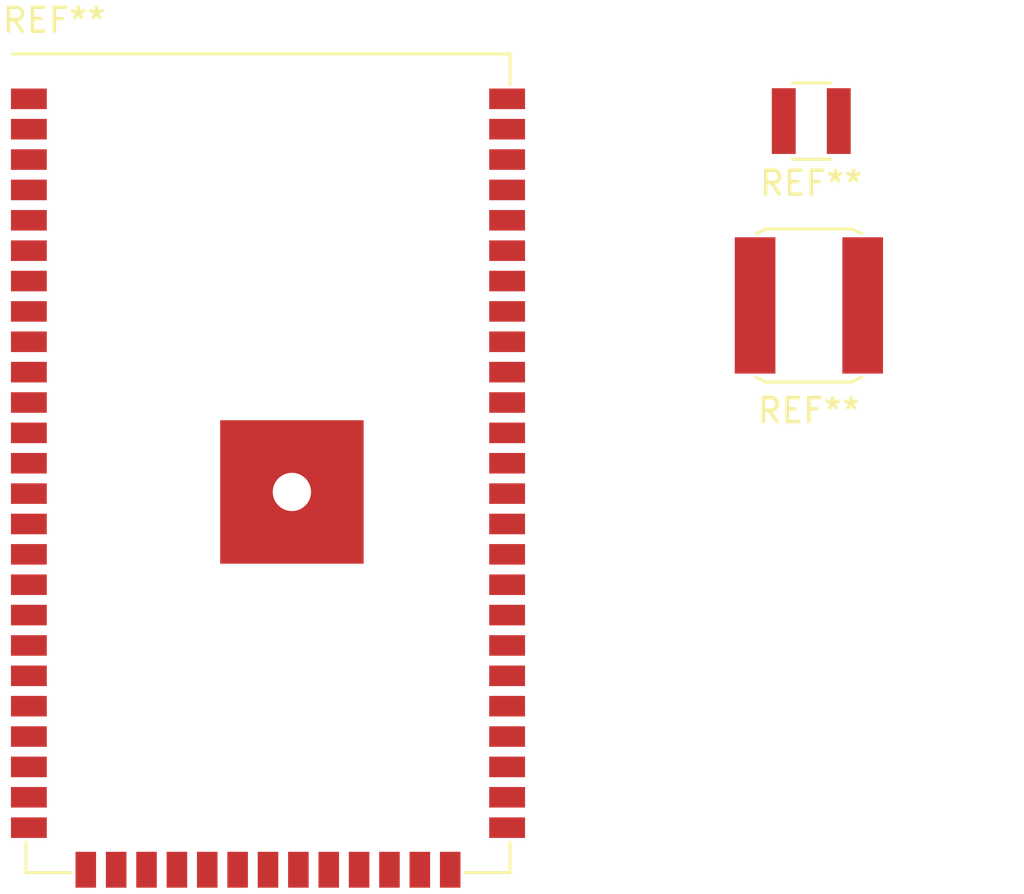
<source format=kicad_pcb>
(kicad_pcb (version 20171130) (host pcbnew "(5.1.2-1)-1")

  (general
    (thickness 1.6)
    (drawings 0)
    (tracks 0)
    (zones 0)
    (modules 3)
    (nets 1)
  )

  (page A4)
  (layers
    (0 F.Cu signal)
    (31 B.Cu signal)
    (32 B.Adhes user)
    (33 F.Adhes user)
    (34 B.Paste user)
    (35 F.Paste user)
    (36 B.SilkS user)
    (37 F.SilkS user)
    (38 B.Mask user)
    (39 F.Mask user)
    (40 Dwgs.User user)
    (41 Cmts.User user)
    (42 Eco1.User user)
    (43 Eco2.User user)
    (44 Edge.Cuts user)
    (45 Margin user)
    (46 B.CrtYd user)
    (47 F.CrtYd user)
    (48 B.Fab user)
    (49 F.Fab user)
  )

  (setup
    (last_trace_width 0.25)
    (trace_clearance 0.2)
    (zone_clearance 0.508)
    (zone_45_only no)
    (trace_min 0.2)
    (via_size 0.8)
    (via_drill 0.4)
    (via_min_size 0.4)
    (via_min_drill 0.3)
    (uvia_size 0.3)
    (uvia_drill 0.1)
    (uvias_allowed no)
    (uvia_min_size 0.2)
    (uvia_min_drill 0.1)
    (edge_width 0.05)
    (segment_width 0.2)
    (pcb_text_width 0.3)
    (pcb_text_size 1.5 1.5)
    (mod_edge_width 0.12)
    (mod_text_size 1 1)
    (mod_text_width 0.15)
    (pad_size 1.524 1.524)
    (pad_drill 0.762)
    (pad_to_mask_clearance 0.051)
    (solder_mask_min_width 0.25)
    (aux_axis_origin 0 0)
    (visible_elements FFFFEF7F)
    (pcbplotparams
      (layerselection 0x010fc_ffffffff)
      (usegerberextensions false)
      (usegerberattributes false)
      (usegerberadvancedattributes false)
      (creategerberjobfile false)
      (excludeedgelayer true)
      (linewidth 0.100000)
      (plotframeref false)
      (viasonmask false)
      (mode 1)
      (useauxorigin false)
      (hpglpennumber 1)
      (hpglpenspeed 20)
      (hpglpendiameter 15.000000)
      (psnegative false)
      (psa4output false)
      (plotreference true)
      (plotvalue true)
      (plotinvisibletext false)
      (padsonsilk false)
      (subtractmaskfromsilk false)
      (outputformat 1)
      (mirror false)
      (drillshape 1)
      (scaleselection 1)
      (outputdirectory ""))
  )

  (net 0 "")

  (net_class Default "Esta es la clase de red por defecto."
    (clearance 0.2)
    (trace_width 0.25)
    (via_dia 0.8)
    (via_drill 0.4)
    (uvia_dia 0.3)
    (uvia_drill 0.1)
  )

  (module Devices_MSS:L_Abracon_ASPI-6045S (layer F.Cu) (tedit 5DED0C3E) (tstamp 5DED57E3)
    (at 150.27 71.3)
    (fp_text reference REF** (at 0 4.4) (layer F.SilkS)
      (effects (font (size 1 1) (thickness 0.15)))
    )
    (fp_text value L_Abracon_ASPI-6045S (at 0 -4.6) (layer F.Fab)
      (effects (font (size 1 1) (thickness 0.15)))
    )
    (fp_line (start 1.8 3.2) (end 2.2 3) (layer F.SilkS) (width 0.12))
    (fp_line (start -1.8 3.2) (end 1.8 3.2) (layer F.SilkS) (width 0.12))
    (fp_line (start -2.2 3) (end -1.8 3.2) (layer F.SilkS) (width 0.12))
    (fp_line (start 1.8 -3.2) (end 2.2 -3) (layer F.SilkS) (width 0.12))
    (fp_line (start -1.8 -3.2) (end 1.8 -3.2) (layer F.SilkS) (width 0.12))
    (fp_line (start -2.2 -3) (end -1.8 -3.2) (layer F.SilkS) (width 0.12))
    (fp_line (start -3.5 3.5) (end -3.5 -3.5) (layer F.CrtYd) (width 0.12))
    (fp_line (start 3.5 3.5) (end -3.5 3.5) (layer F.CrtYd) (width 0.12))
    (fp_line (start 3.5 -3.5) (end 3.5 3.5) (layer F.CrtYd) (width 0.12))
    (fp_line (start -3.5 -3.5) (end 3.5 -3.5) (layer F.CrtYd) (width 0.12))
    (pad 2 smd rect (at 2.25 0) (size 1.7 5.7) (layers F.Cu F.Paste F.Mask))
    (pad 1 smd rect (at -2.25 0) (size 1.7 5.7) (layers F.Cu F.Paste F.Mask))
    (model ${KISYS3DMOD}/Inductor_SMD.3dshapes/L_Bourns-SRN4018.step
      (at (xyz 0 0 0))
      (scale (xyz 1.4 1.4 1.4))
      (rotate (xyz 0 0 0))
    )
  )

  (module Inductor_SMD:L_Abracon_ASPI-3012S (layer F.Cu) (tedit 5990349C) (tstamp 5DED52A6)
    (at 150.37 63.59)
    (descr "smd shielded power inductor http://www.abracon.com/Magnetics/power/ASPI-3012S.pdf")
    (tags "inductor abracon smd shielded")
    (attr smd)
    (fp_text reference REF** (at 0 2.6) (layer F.SilkS)
      (effects (font (size 1 1) (thickness 0.15)))
    )
    (fp_text value L_Abracon_ASPI-3012S (at 0 -2.7) (layer F.Fab)
      (effects (font (size 1 1) (thickness 0.15)))
    )
    (fp_line (start -0.8 -1.6) (end 0.8 -1.6) (layer F.SilkS) (width 0.12))
    (fp_line (start -0.8 1.6) (end 0.8 1.6) (layer F.SilkS) (width 0.12))
    (fp_line (start -0.8 1.5) (end 0.8 1.5) (layer F.Fab) (width 0.1))
    (fp_line (start 0.8 1.5) (end 1 1.3) (layer F.Fab) (width 0.1))
    (fp_line (start 1 1.3) (end 1.5 1.3) (layer F.Fab) (width 0.1))
    (fp_line (start 1.5 1.3) (end 1.5 -1.3) (layer F.Fab) (width 0.1))
    (fp_line (start 1.5 -1.3) (end 1 -1.3) (layer F.Fab) (width 0.1))
    (fp_line (start 1 -1.3) (end 0.8 -1.5) (layer F.Fab) (width 0.1))
    (fp_line (start 0.8 -1.5) (end -0.8 -1.5) (layer F.Fab) (width 0.1))
    (fp_line (start -0.8 -1.5) (end -1 -1.3) (layer F.Fab) (width 0.1))
    (fp_line (start -1 -1.3) (end -1.5 -1.3) (layer F.Fab) (width 0.1))
    (fp_line (start -1.5 -1.3) (end -1.5 1.3) (layer F.Fab) (width 0.1))
    (fp_line (start -1.5 1.3) (end -1 1.3) (layer F.Fab) (width 0.1))
    (fp_line (start -1 1.3) (end -0.8 1.5) (layer F.Fab) (width 0.1))
    (fp_line (start 2 -1.8) (end -2 -1.8) (layer F.CrtYd) (width 0.05))
    (fp_line (start -2 -1.8) (end -2 1.8) (layer F.CrtYd) (width 0.05))
    (fp_line (start -2 1.8) (end 2 1.8) (layer F.CrtYd) (width 0.05))
    (fp_line (start 2 1.8) (end 2 -1.8) (layer F.CrtYd) (width 0.05))
    (fp_text user %R (at 0 0) (layer F.Fab)
      (effects (font (size 0.7 0.7) (thickness 0.105)))
    )
    (pad 2 smd rect (at 1.15 0) (size 1 2.75) (layers F.Cu F.Paste F.Mask))
    (pad 1 smd rect (at -1.15 0) (size 1 2.75) (layers F.Cu F.Paste F.Mask))
    (model ${KISYS3DMOD}/Inductor_SMD.3dshapes/L_Abracon_ASPI-3012S.wrl
      (at (xyz 0 0 0))
      (scale (xyz 1 1 1))
      (rotate (xyz 0 0 0))
    )
  )

  (module Module:Onion_Omega2S (layer F.Cu) (tedit 5C9D6B94) (tstamp 5DC36BE9)
    (at 127.65 77.9)
    (descr https://github.com/OnionIoT/Omega2/raw/master/Documents/Omega2S%20Datasheet.pdf)
    (tags "onion omega module")
    (attr smd)
    (fp_text reference REF** (at -8.94 -18.525) (layer F.SilkS)
      (effects (font (size 1 1) (thickness 0.15)))
    )
    (fp_text value Onion_Omega2S (at 0 -14.96) (layer F.Fab)
      (effects (font (size 1 1) (thickness 0.15)))
    )
    (fp_line (start -11 -17.25) (end -11 18) (layer F.CrtYd) (width 0.05))
    (fp_line (start 11 -17.25) (end -11 -17.25) (layer F.CrtYd) (width 0.05))
    (fp_line (start 11 18) (end 11 -17.25) (layer F.CrtYd) (width 0.05))
    (fp_line (start -11 18) (end 11 18) (layer F.CrtYd) (width 0.05))
    (fp_circle (center -7.56 14.5) (end -6.66 14.5) (layer F.Fab) (width 0.1))
    (fp_line (start -8.76 13.3) (end -8.76 15.7) (layer F.Fab) (width 0.1))
    (fp_line (start -6.36 13.3) (end -8.76 13.3) (layer F.Fab) (width 0.1))
    (fp_line (start -6.36 15.7) (end -6.36 13.3) (layer F.Fab) (width 0.1))
    (fp_line (start -8.76 15.7) (end -6.36 15.7) (layer F.Fab) (width 0.1))
    (fp_line (start 10 -17) (end -9 -17) (layer F.Fab) (width 0.1))
    (fp_line (start 10 17) (end 10 -17) (layer F.Fab) (width 0.1))
    (fp_line (start -10 17) (end 10 17) (layer F.Fab) (width 0.1))
    (fp_line (start -10 -16) (end -10 17) (layer F.Fab) (width 0.1))
    (fp_line (start -10 -16) (end -9 -17) (layer F.Fab) (width 0.1))
    (fp_line (start -10.12 15.85) (end -10.12 17.12) (layer F.SilkS) (width 0.12))
    (fp_line (start -10.12 17.12) (end -8.23 17.12) (layer F.SilkS) (width 0.12))
    (fp_line (start 10.12 -17.12) (end -10.69 -17.12) (layer F.SilkS) (width 0.12))
    (fp_line (start 10.12 15.85) (end 10.12 17.12) (layer F.SilkS) (width 0.12))
    (fp_line (start 8.23 17.12) (end 10.12 17.12) (layer F.SilkS) (width 0.12))
    (fp_line (start 10.12 -17.12) (end 10.12 -15.85) (layer F.SilkS) (width 0.12))
    (fp_text user %R (at 0 -2.74) (layer F.Fab)
      (effects (font (size 1 1) (thickness 0.15)))
    )
    (pad 63 smd rect (at 10 -15.24) (size 1.5 0.86) (layers F.Cu F.Paste F.Mask))
    (pad 62 smd rect (at 10 -13.97) (size 1.5 0.86) (layers F.Cu F.Paste F.Mask))
    (pad 61 smd rect (at 10 -12.7) (size 1.5 0.86) (layers F.Cu F.Paste F.Mask))
    (pad 60 smd rect (at 10 -11.43) (size 1.5 0.86) (layers F.Cu F.Paste F.Mask))
    (pad 59 smd rect (at 10 -10.16) (size 1.5 0.86) (layers F.Cu F.Paste F.Mask))
    (pad 58 smd rect (at 10 -8.89) (size 1.5 0.86) (layers F.Cu F.Paste F.Mask))
    (pad 57 smd rect (at 10 -7.62) (size 1.5 0.86) (layers F.Cu F.Paste F.Mask))
    (pad 56 smd rect (at 10 -6.35) (size 1.5 0.86) (layers F.Cu F.Paste F.Mask))
    (pad 55 smd rect (at 10 -5.08) (size 1.5 0.86) (layers F.Cu F.Paste F.Mask))
    (pad 54 smd rect (at 10 -3.81) (size 1.5 0.86) (layers F.Cu F.Paste F.Mask))
    (pad 53 smd rect (at 10 -2.54) (size 1.5 0.86) (layers F.Cu F.Paste F.Mask))
    (pad 52 smd rect (at 10 -1.27) (size 1.5 0.86) (layers F.Cu F.Paste F.Mask))
    (pad 51 smd rect (at 10 0) (size 1.5 0.86) (layers F.Cu F.Paste F.Mask))
    (pad 50 smd rect (at 10 1.27) (size 1.5 0.86) (layers F.Cu F.Paste F.Mask))
    (pad 49 smd rect (at 10 2.54) (size 1.5 0.86) (layers F.Cu F.Paste F.Mask))
    (pad 48 smd rect (at 10 3.81) (size 1.5 0.86) (layers F.Cu F.Paste F.Mask))
    (pad 47 smd rect (at 10 5.08) (size 1.5 0.86) (layers F.Cu F.Paste F.Mask))
    (pad 46 smd rect (at 10 6.35) (size 1.5 0.86) (layers F.Cu F.Paste F.Mask))
    (pad 45 smd rect (at 10 7.62) (size 1.5 0.86) (layers F.Cu F.Paste F.Mask))
    (pad 44 smd rect (at 10 8.89) (size 1.5 0.86) (layers F.Cu F.Paste F.Mask))
    (pad 43 smd rect (at 10 10.16) (size 1.5 0.86) (layers F.Cu F.Paste F.Mask))
    (pad 42 smd rect (at 10 11.43) (size 1.5 0.86) (layers F.Cu F.Paste F.Mask))
    (pad 41 smd rect (at 10 12.7) (size 1.5 0.86) (layers F.Cu F.Paste F.Mask))
    (pad 40 smd rect (at 10 13.97) (size 1.5 0.86) (layers F.Cu F.Paste F.Mask))
    (pad 39 smd rect (at 10 15.24) (size 1.5 0.86) (layers F.Cu F.Paste F.Mask))
    (pad 38 smd rect (at 7.62 17) (size 0.86 1.5) (layers F.Cu F.Paste F.Mask))
    (pad 37 smd rect (at 6.35 17) (size 0.86 1.5) (layers F.Cu F.Paste F.Mask))
    (pad 36 smd rect (at 5.08 17) (size 0.86 1.5) (layers F.Cu F.Paste F.Mask))
    (pad 35 smd rect (at 3.81 17) (size 0.86 1.5) (layers F.Cu F.Paste F.Mask))
    (pad 34 smd rect (at 2.54 17) (size 0.86 1.5) (layers F.Cu F.Paste F.Mask))
    (pad 33 smd rect (at 1.27 17) (size 0.86 1.5) (layers F.Cu F.Paste F.Mask))
    (pad 32 smd rect (at 0 17) (size 0.86 1.5) (layers F.Cu F.Paste F.Mask))
    (pad 31 smd rect (at -1.27 17) (size 0.86 1.5) (layers F.Cu F.Paste F.Mask))
    (pad 30 smd rect (at -2.54 17) (size 0.86 1.5) (layers F.Cu F.Paste F.Mask))
    (pad 29 smd rect (at -3.81 17) (size 0.86 1.5) (layers F.Cu F.Paste F.Mask))
    (pad 28 smd rect (at -5.08 17) (size 0.86 1.5) (layers F.Cu F.Paste F.Mask))
    (pad 27 smd rect (at -6.35 17) (size 0.86 1.5) (layers F.Cu F.Paste F.Mask))
    (pad 26 smd rect (at -7.62 17) (size 0.86 1.5) (layers F.Cu F.Paste F.Mask))
    (pad 25 smd rect (at -10 15.24) (size 1.5 0.86) (layers F.Cu F.Paste F.Mask))
    (pad 24 smd rect (at -10 13.97) (size 1.5 0.86) (layers F.Cu F.Paste F.Mask))
    (pad 23 smd rect (at -10 12.7) (size 1.5 0.86) (layers F.Cu F.Paste F.Mask))
    (pad 22 smd rect (at -10 11.43) (size 1.5 0.86) (layers F.Cu F.Paste F.Mask))
    (pad 21 smd rect (at -10 10.16) (size 1.5 0.86) (layers F.Cu F.Paste F.Mask))
    (pad 20 smd rect (at -10 8.89) (size 1.5 0.86) (layers F.Cu F.Paste F.Mask))
    (pad 19 smd rect (at -10 7.62) (size 1.5 0.86) (layers F.Cu F.Paste F.Mask))
    (pad 18 smd rect (at -10 6.35) (size 1.5 0.86) (layers F.Cu F.Paste F.Mask))
    (pad 17 smd rect (at -10 5.08) (size 1.5 0.86) (layers F.Cu F.Paste F.Mask))
    (pad 16 smd rect (at -10 3.81) (size 1.5 0.86) (layers F.Cu F.Paste F.Mask))
    (pad 15 smd rect (at -10 2.54) (size 1.5 0.86) (layers F.Cu F.Paste F.Mask))
    (pad 14 smd rect (at -10 1.27) (size 1.5 0.86) (layers F.Cu F.Paste F.Mask))
    (pad 13 smd rect (at -10 0) (size 1.5 0.86) (layers F.Cu F.Paste F.Mask))
    (pad 12 smd rect (at -10 -1.27) (size 1.5 0.86) (layers F.Cu F.Paste F.Mask))
    (pad 11 smd rect (at -10 -2.54) (size 1.5 0.86) (layers F.Cu F.Paste F.Mask))
    (pad 10 smd rect (at -10 -3.81) (size 1.5 0.86) (layers F.Cu F.Paste F.Mask))
    (pad 9 smd rect (at -10 -5.08) (size 1.5 0.86) (layers F.Cu F.Paste F.Mask))
    (pad 8 smd rect (at -10 -6.35) (size 1.5 0.86) (layers F.Cu F.Paste F.Mask))
    (pad 7 smd rect (at -10 -7.62) (size 1.5 0.86) (layers F.Cu F.Paste F.Mask))
    (pad 6 smd rect (at -10 -8.89) (size 1.5 0.86) (layers F.Cu F.Paste F.Mask))
    (pad 5 smd rect (at -10 -10.16) (size 1.5 0.86) (layers F.Cu F.Paste F.Mask))
    (pad 4 smd rect (at -10 -11.43) (size 1.5 0.86) (layers F.Cu F.Paste F.Mask))
    (pad 3 smd rect (at -10 -12.7) (size 1.5 0.86) (layers F.Cu F.Paste F.Mask))
    (pad 2 smd rect (at -10 -13.97) (size 1.5 0.86) (layers F.Cu F.Paste F.Mask))
    (pad 1 smd rect (at -10 -15.24) (size 1.5 0.86) (layers F.Cu F.Paste F.Mask))
    (pad 64 smd rect (at 1 1.2) (size 6 6) (layers F.Cu F.Mask))
    (pad "" np_thru_hole circle (at 1 1.2) (size 1.6 1.6) (drill 1.6) (layers *.Cu *.Mask))
    (pad "" smd roundrect (at -1.333 -1.123) (size 1 1) (layers F.Paste) (roundrect_rratio 0.25))
    (pad "" smd roundrect (at -0.16725 -1.123) (size 1 1) (layers F.Paste) (roundrect_rratio 0.25))
    (pad "" smd roundrect (at 2.16425 -1.123) (size 1 1) (layers F.Paste) (roundrect_rratio 0.25))
    (pad "" smd roundrect (at 0.9985 -1.123) (size 1 1) (layers F.Paste) (roundrect_rratio 0.25))
    (pad "" smd roundrect (at 3.33 -1.123) (size 1 1) (layers F.Paste) (roundrect_rratio 0.25))
    (pad "" smd roundrect (at 3.33 0.041075) (size 1 1) (layers F.Paste) (roundrect_rratio 0.25))
    (pad "" smd roundrect (at -0.16725 0.041075) (size 1 1) (layers F.Paste) (roundrect_rratio 0.25))
    (pad "" smd roundrect (at 2.16425 0.041075) (size 1 1) (layers F.Paste) (roundrect_rratio 0.25))
    (pad "" smd roundrect (at 0.9985 0.041075) (size 1 1) (layers F.Paste) (roundrect_rratio 0.25))
    (pad "" smd roundrect (at -1.333 0.041075) (size 1 1) (layers F.Paste) (roundrect_rratio 0.25))
    (pad "" smd roundrect (at 3.33 1.20515) (size 1 1) (layers F.Paste) (roundrect_rratio 0.25))
    (pad "" smd roundrect (at -0.16725 1.20515) (size 1 1) (layers F.Paste) (roundrect_rratio 0.25))
    (pad "" smd roundrect (at 2.16425 1.20515) (size 1 1) (layers F.Paste) (roundrect_rratio 0.25))
    (pad "" smd roundrect (at 3.33 2.369225) (size 1 1) (layers F.Paste) (roundrect_rratio 0.25))
    (pad "" smd roundrect (at 0.9985 1.20515) (size 1 1) (layers F.Paste) (roundrect_rratio 0.25))
    (pad "" smd roundrect (at 2.16425 2.369225) (size 1 1) (layers F.Paste) (roundrect_rratio 0.25))
    (pad "" smd roundrect (at 0.9985 2.369225) (size 1 1) (layers F.Paste) (roundrect_rratio 0.25))
    (pad "" smd roundrect (at -1.333 1.20515) (size 1 1) (layers F.Paste) (roundrect_rratio 0.25))
    (pad "" smd roundrect (at -1.333 2.369225) (size 1 1) (layers F.Paste) (roundrect_rratio 0.25))
    (pad "" smd roundrect (at -0.16725 2.369225) (size 1 1) (layers F.Paste) (roundrect_rratio 0.25))
    (pad "" smd roundrect (at 0.9985 3.5333) (size 1 1) (layers F.Paste) (roundrect_rratio 0.25))
    (pad "" smd roundrect (at 2.16425 3.5333) (size 1 1) (layers F.Paste) (roundrect_rratio 0.25))
    (pad "" smd roundrect (at -0.16725 3.5333) (size 1 1) (layers F.Paste) (roundrect_rratio 0.25))
    (pad "" smd roundrect (at 3.33 3.5333) (size 1 1) (layers F.Paste) (roundrect_rratio 0.25))
    (pad "" smd roundrect (at -1.333 3.5333) (size 1 1) (layers F.Paste) (roundrect_rratio 0.25))
    (model ${KISYS3DMOD}/Module.3dshapes/Onion_Omega2S.wrl
      (at (xyz 0 0 0))
      (scale (xyz 1 1 1))
      (rotate (xyz 0 0 0))
    )
  )

)

</source>
